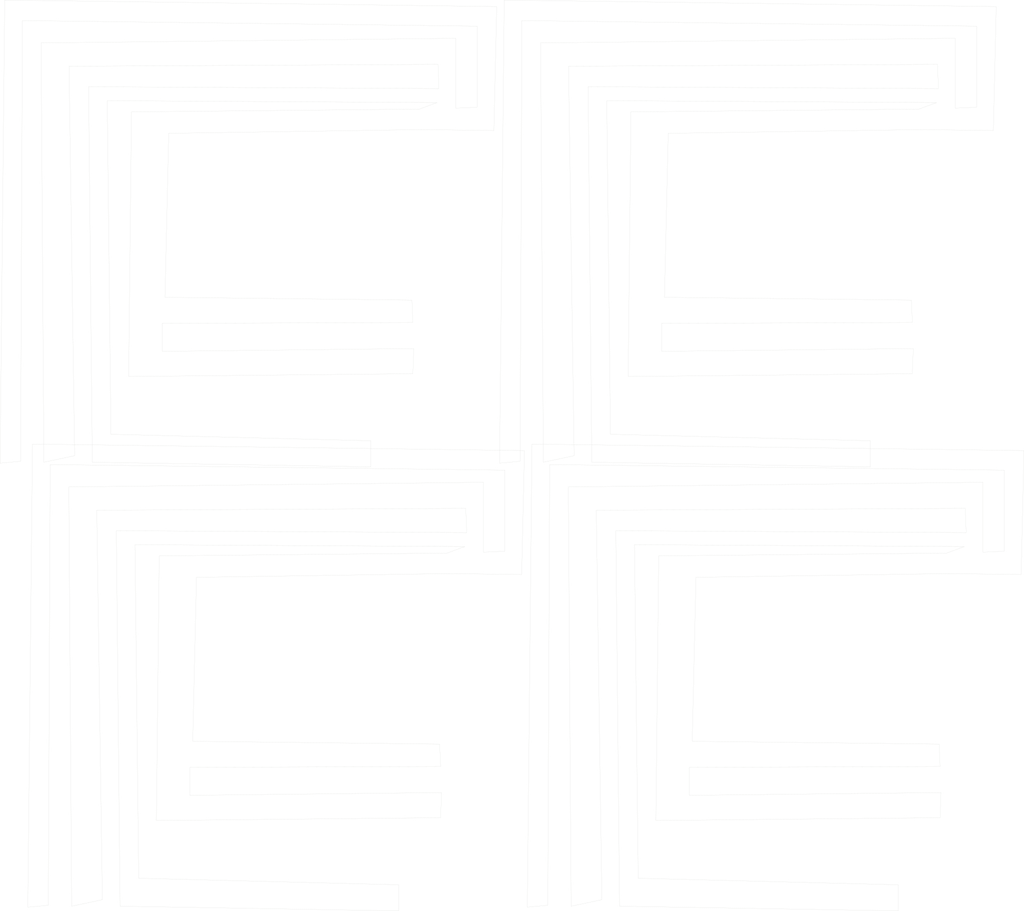
<source format=kicad_pcb>
(kicad_pcb (version 20221018) (generator pcbnew)

  (general
    (thickness 1.6)
  )

  (paper "A4")
  (layers
    (0 "F.Cu" signal)
    (31 "B.Cu" signal)
    (32 "B.Adhes" user "B.Adhesive")
    (33 "F.Adhes" user "F.Adhesive")
    (34 "B.Paste" user)
    (35 "F.Paste" user)
    (36 "B.SilkS" user "B.Silkscreen")
    (37 "F.SilkS" user "F.Silkscreen")
    (38 "B.Mask" user)
    (39 "F.Mask" user)
    (40 "Dwgs.User" user "User.Drawings")
    (41 "Cmts.User" user "User.Comments")
    (42 "Eco1.User" user "User.Eco1")
    (43 "Eco2.User" user "User.Eco2")
    (44 "Edge.Cuts" user)
    (45 "Margin" user)
    (46 "B.CrtYd" user "B.Courtyard")
    (47 "F.CrtYd" user "F.Courtyard")
    (48 "B.Fab" user)
    (49 "F.Fab" user)
    (50 "User.1" user)
    (51 "User.2" user)
    (52 "User.3" user)
    (53 "User.4" user)
    (54 "User.5" user)
    (55 "User.6" user)
    (56 "User.7" user)
    (57 "User.8" user)
    (58 "User.9" user)
  )

  (setup
    (stackup
      (layer "F.SilkS" (type "Top Silk Screen"))
      (layer "F.Paste" (type "Top Solder Paste"))
      (layer "F.Mask" (type "Top Solder Mask") (thickness 0.01))
      (layer "F.Cu" (type "copper") (thickness 0.035))
      (layer "dielectric 1" (type "core") (thickness 1.51) (material "FR4") (epsilon_r 4.5) (loss_tangent 0.02))
      (layer "B.Cu" (type "copper") (thickness 0.035))
      (layer "B.Mask" (type "Bottom Solder Mask") (thickness 0.01))
      (layer "B.Paste" (type "Bottom Solder Paste"))
      (layer "B.SilkS" (type "Bottom Silk Screen"))
      (layer "F.SilkS" (type "Top Silk Screen"))
      (layer "F.Paste" (type "Top Solder Paste"))
      (layer "F.Mask" (type "Top Solder Mask") (thickness 0.01))
      (layer "F.Cu" (type "copper") (thickness 0.035))
      (layer "dielectric 1" (type "core") (thickness 1.51) (material "FR4") (epsilon_r 4.5) (loss_tangent 0.02))
      (layer "B.Cu" (type "copper") (thickness 0.035))
      (layer "B.Mask" (type "Bottom Solder Mask") (thickness 0.01))
      (layer "B.Paste" (type "Bottom Solder Paste"))
      (layer "B.SilkS" (type "Bottom Silk Screen"))
      (layer "F.SilkS" (type "Top Silk Screen"))
      (layer "F.Paste" (type "Top Solder Paste"))
      (layer "F.Mask" (type "Top Solder Mask") (thickness 0.01))
      (layer "F.Cu" (type "copper") (thickness 0.035))
      (layer "dielectric 1" (type "core") (thickness 1.51) (material "FR4") (epsilon_r 4.5) (loss_tangent 0.02))
      (layer "B.Cu" (type "copper") (thickness 0.035))
      (layer "B.Mask" (type "Bottom Solder Mask") (thickness 0.01))
      (layer "B.Paste" (type "Bottom Solder Paste"))
      (layer "B.SilkS" (type "Bottom Silk Screen"))
      (layer "F.SilkS" (type "Top Silk Screen"))
      (layer "F.Paste" (type "Top Solder Paste"))
      (layer "F.Mask" (type "Top Solder Mask") (thickness 0.01))
      (layer "F.Cu" (type "copper") (thickness 0.035))
      (layer "dielectric 1" (type "core") (thickness 1.51) (material "FR4") (epsilon_r 4.5) (loss_tangent 0.02))
      (layer "B.Cu" (type "copper") (thickness 0.035))
      (layer "B.Mask" (type "Bottom Solder Mask") (thickness 0.01))
      (layer "B.Paste" (type "Bottom Solder Paste"))
      (layer "B.SilkS" (type "Bottom Silk Screen"))
      (copper_finish "None")
      (dielectric_constraints no)
    )
    (pad_to_mask_clearance 0)
    (pcbplotparams
      (layerselection 0x00010fc_ffffffff)
      (plot_on_all_layers_selection 0x0000000_00000000)
      (disableapertmacros false)
      (usegerberextensions false)
      (usegerberattributes true)
      (usegerberadvancedattributes true)
      (creategerberjobfile true)
      (dashed_line_dash_ratio 12.000000)
      (dashed_line_gap_ratio 3.000000)
      (svgprecision 4)
      (plotframeref false)
      (viasonmask false)
      (mode 1)
      (useauxorigin false)
      (hpglpennumber 1)
      (hpglpenspeed 20)
      (hpglpendiameter 15.000000)
      (dxfpolygonmode true)
      (dxfimperialunits true)
      (dxfusepcbnewfont true)
      (psnegative false)
      (psa4output false)
      (plotreference true)
      (plotvalue true)
      (plotinvisibletext false)
      (sketchpadsonfab false)
      (subtractmaskfromsilk false)
      (outputformat 1)
      (mirror false)
      (drillshape 1)
      (scaleselection 1)
      (outputdirectory "")
    )
  )

  (net 0 "")

  (gr_line (start 206.029937 176.69989) (end 207.039937 327.78989)
    (stroke (width 0.05) (type default)) (layer "Edge.Cuts") (tstamp 040b7106-3dd5-416a-85ca-f9e876f4cee5))
  (gr_line (start 360.219937 3.59989) (end 182.929937 1.24989)
    (stroke (width 0.05) (type default)) (layer "Edge.Cuts") (tstamp 04c3d502-35e3-4556-ad69-c20477df14de))
  (gr_line (start 342.349937 200.53989) (end 238.599937 201.53989)
    (stroke (width 0.05) (type default)) (layer "Edge.Cuts") (tstamp 0695dfac-75ba-4313-a70f-e1ac4b0a81fb))
  (gr_line (start 191.249937 328.12989) (end 198.639937 327.44989)
    (stroke (width 0.05) (type default)) (layer "Edge.Cuts") (tstamp 076d2acc-6ada-454f-aaef-9c508494852c))
  (gr_line (start 36.099937 185.08989) (end 169.059937 184.41989)
    (stroke (width 0.05) (type default)) (layer "Edge.Cuts") (tstamp 0b9febc4-99ae-4459-b2f1-e8d072169943))
  (gr_line (start 198.639937 327.44989) (end 199.309937 168.63989)
    (stroke (width 0.05) (type default)) (layer "Edge.Cuts") (tstamp 0cb76715-7c4d-4a15-9957-9af4f0a05a25))
  (gr_line (start 353.159937 39.85989) (end 345.439937 40.19989)
    (stroke (width 0.05) (type default)) (layer "Edge.Cuts") (tstamp 11eb4c7c-593a-4762-aa4f-eab6ab38d688))
  (gr_line (start 214.489937 167.78989) (end 314.889937 169.46989)
    (stroke (width 0.05) (type default)) (layer "Edge.Cuts") (tstamp 135c1910-4aba-499f-976c-a4c7034ea2cc))
  (gr_line (start 250.679937 268.35989) (end 252.029937 209.26989)
    (stroke (width 0.05) (type default)) (layer "Edge.Cuts") (tstamp 13689cde-1791-4463-9fb1-a1e33ceaef4c))
  (gr_line (start 159.999937 277.42989) (end 159.659937 269.36989)
    (stroke (width 0.05) (type default)) (layer "Edge.Cuts") (tstamp 153cf593-2c37-4445-a677-f085a4037300))
  (gr_line (start 182.929937 1.24989) (end 181.249937 168.12989)
    (stroke (width 0.05) (type default)) (layer "Edge.Cuts") (tstamp 1545ee07-5250-4ee5-a8a0-a3bd97c7aa03))
  (gr_line (start 314.889937 169.46989) (end 314.889937 160.06989)
    (stroke (width 0.05) (type default)) (layer "Edge.Cuts") (tstamp 16075d93-195b-4068-81f4-061b4553270e))
  (gr_line (start 348.729937 198.18989) (end 342.349937 200.53989)
    (stroke (width 0.05) (type default)) (layer "Edge.Cuts") (tstamp 1621d3c9-9f19-43b4-913b-4510f1ddd278))
  (gr_line (start 72.029937 209.26989) (end 163.019937 207.91989)
    (stroke (width 0.05) (type default)) (layer "Edge.Cuts") (tstamp 172fec24-1cdb-423b-817b-576304d7c9d6))
  (gr_line (start 168.729937 198.18989) (end 162.349937 200.53989)
    (stroke (width 0.05) (type default)) (layer "Edge.Cuts") (tstamp 173243c9-8ce3-4401-abc0-dc668b9d8fe3))
  (gr_line (start 329.999937 135.88989) (end 330.329937 126.82989)
    (stroke (width 0.05) (type default)) (layer "Edge.Cuts") (tstamp 19fdda3e-a714-4499-b5bc-dc978d8ec361))
  (gr_line (start 69.679937 287.82989) (end 69.679937 277.75989)
    (stroke (width 0.05) (type default)) (layer "Edge.Cuts") (tstamp 1b0f971e-ec5b-41f2-985a-1e9db200d90a))
  (gr_line (start 333.019937 47.91989) (end 359.209937 48.25989)
    (stroke (width 0.05) (type default)) (layer "Edge.Cuts") (tstamp 1c95ea9e-ac4c-4582-827b-a4c6d6f170ff))
  (gr_line (start 338.729937 38.18989) (end 332.349937 40.53989)
    (stroke (width 0.05) (type default)) (layer "Edge.Cuts") (tstamp 1dbd8a67-dfa0-40db-a8fa-5a28b8550602))
  (gr_line (start 332.349937 40.53989) (end 228.599937 41.53989)
    (stroke (width 0.05) (type default)) (layer "Edge.Cuts") (tstamp 1e54886a-974a-4d0f-82f9-7f9455375cab))
  (gr_line (start 58.599937 201.53989) (end 57.589937 296.89989)
    (stroke (width 0.05) (type default)) (layer "Edge.Cuts") (tstamp 1f3f9d61-3abe-4ffe-ba1a-b6c27dc5410b))
  (gr_line (start 340.329937 286.82989) (end 249.679937 287.82989)
    (stroke (width 0.05) (type default)) (layer "Edge.Cuts") (tstamp 213e370b-f5d0-4cfc-ac17-e46d4b2e4d14))
  (gr_line (start 69.679937 277.75989) (end 159.999937 277.42989)
    (stroke (width 0.05) (type default)) (layer "Edge.Cuts") (tstamp 25616cf0-e3fd-445e-9516-b8c944310cc5))
  (gr_line (start 152.349937 40.53989) (end 48.599937 41.53989)
    (stroke (width 0.05) (type default)) (layer "Edge.Cuts") (tstamp 2645f773-f11c-47a7-b974-03c075a84382))
  (gr_line (start 370.219937 163.59989) (end 192.929937 161.24989)
    (stroke (width 0.05) (type default)) (layer "Edge.Cuts") (tstamp 266e2e54-4334-42a2-811c-04698fae450b))
  (gr_line (start 188.639937 167.44989) (end 189.309937 8.63989)
    (stroke (width 0.05) (type default)) (layer "Edge.Cuts") (tstamp 27c792e1-b13a-4a31-9502-4ada5c60c8f0))
  (gr_line (start 363.159937 170.64989) (end 363.159937 199.85989)
    (stroke (width 0.05) (type default)) (layer "Edge.Cuts") (tstamp 292656f0-06d4-4471-9854-31664c6c75c8))
  (gr_line (start 314.889937 160.06989) (end 221.209937 157.71989)
    (stroke (width 0.05) (type default)) (layer "Edge.Cuts") (tstamp 2e008b88-4ac7-4d56-8920-ed3ad6f9c0cc))
  (gr_line (start 34.489937 167.78989) (end 134.889937 169.46989)
    (stroke (width 0.05) (type default)) (layer "Edge.Cuts") (tstamp 31dd2565-e543-41ab-ad09-84267d66c3f8))
  (gr_line (start 213.149937 32.47989) (end 214.489937 167.78989)
    (stroke (width 0.05) (type default)) (layer "Edge.Cuts") (tstamp 3344379c-9973-4149-a8e3-ef295883d88f))
  (gr_line (start 134.889937 169.46989) (end 134.889937 160.06989)
    (stroke (width 0.05) (type default)) (layer "Edge.Cuts") (tstamp 33f05d69-bc2a-4706-be54-bc67ecba0d83))
  (gr_line (start 237.589937 296.89989) (end 339.999937 295.88989)
    (stroke (width 0.05) (type default)) (layer "Edge.Cuts") (tstamp 3537bd46-9045-4542-97f4-f4c56d3df35d))
  (gr_line (start 238.599937 201.53989) (end 237.589937 296.89989)
    (stroke (width 0.05) (type default)) (layer "Edge.Cuts") (tstamp 375beb42-604e-4eb2-a326-58350357fe53))
  (gr_line (start 144.889937 320.06989) (end 51.209937 317.71989)
    (stroke (width 0.05) (type default)) (layer "Edge.Cuts") (tstamp 3b9bcb73-5ec9-4944-a7c5-7a163af767a7))
  (gr_line (start 47.589937 136.89989) (end 149.999937 135.88989)
    (stroke (width 0.05) (type default)) (layer "Edge.Cuts") (tstamp 40f816cb-65a4-478e-92dd-a3f6a2a73e9d))
  (gr_line (start 329.659937 109.36989) (end 240.679937 108.35989)
    (stroke (width 0.05) (type default)) (layer "Edge.Cuts") (tstamp 430ba550-b152-4276-864d-a03abfd35f3f))
  (gr_line (start 345.439937 40.19989) (end 345.439937 15.01989)
    (stroke (width 0.05) (type default)) (layer "Edge.Cuts") (tstamp 4384d090-cfe0-409f-8879-b35a5704f723))
  (gr_line (start 359.209937 48.25989) (end 360.219937 3.59989)
    (stroke (width 0.05) (type default)) (layer "Edge.Cuts") (tstamp 463f2417-e8d8-4ed6-9721-872baeffc8b5))
  (gr_line (start 189.209937 208.25989) (end 190.219937 163.59989)
    (stroke (width 0.05) (type default)) (layer "Edge.Cuts") (tstamp 47b291b4-f720-4caa-8630-ad9b636b15c1))
  (gr_line (start 239.679937 117.75989) (end 329.999937 117.42989)
    (stroke (width 0.05) (type default)) (layer "Edge.Cuts") (tstamp 4d53937c-7cca-4eda-9a8e-edd5907b9657))
  (gr_line (start 57.589937 296.89989) (end 159.999937 295.88989)
    (stroke (width 0.05) (type default)) (layer "Edge.Cuts") (tstamp 4da6b299-f626-49bb-bbbf-de20d7e2cc48))
  (gr_line (start 158.729937 38.18989) (end 152.349937 40.53989)
    (stroke (width 0.05) (type default)) (layer "Edge.Cuts") (tstamp 4e9e7fb0-1384-47ee-a963-ee365ccee324))
  (gr_line (start 223.149937 192.47989) (end 224.489937 327.78989)
    (stroke (width 0.05) (type default)) (layer "Edge.Cuts") (tstamp 54df7b56-99eb-401c-b90d-c46201e733f5))
  (gr_line (start 169.399937 193.14989) (end 43.149937 192.47989)
    (stroke (width 0.05) (type default)) (layer "Edge.Cuts") (tstamp 57e67a14-9460-4b83-a65c-c951d5f0791e))
  (gr_line (start 165.439937 40.19989) (end 165.439937 15.01989)
    (stroke (width 0.05) (type default)) (layer "Edge.Cuts") (tstamp 5c3a9708-e9ba-4861-9ac5-fec23f9a1e08))
  (gr_line (start 192.929937 161.24989) (end 191.249937 328.12989)
    (stroke (width 0.05) (type default)) (layer "Edge.Cuts") (tstamp 5f0f4057-d1b5-4b13-a300-ff64a9329cac))
  (gr_line (start 11.249937 328.12989) (end 18.639937 327.44989)
    (stroke (width 0.05) (type default)) (layer "Edge.Cuts") (tstamp 5f72d05a-ffd6-4505-a99a-bf64241ae464))
  (gr_line (start 159.059937 24.41989) (end 159.399937 33.14989)
    (stroke (width 0.05) (type default)) (layer "Edge.Cuts") (tstamp 617a2f03-44b9-496a-a246-6e90613e8f0b))
  (gr_line (start 197.039937 167.78989) (end 208.119937 165.43989)
    (stroke (width 0.05) (type default)) (layer "Edge.Cuts") (tstamp 693fb734-af21-4530-a785-d7ad9c8f5222))
  (gr_line (start 180.219937 3.59989) (end 2.929937 1.24989)
    (stroke (width 0.05) (type default)) (layer "Edge.Cuts") (tstamp 69609076-a575-4eaf-b88d-b1488273a19f))
  (gr_line (start 206.099937 25.08989) (end 339.059937 24.41989)
    (stroke (width 0.05) (type default)) (layer "Edge.Cuts") (tstamp 6d416da7-bd35-494d-9604-76d89cc23fdc))
  (gr_line (start 363.159937 199.85989) (end 355.439937 200.19989)
    (stroke (width 0.05) (type default)) (layer "Edge.Cuts") (tstamp 6db10b82-3724-4c4b-9e3c-9810252942ea))
  (gr_line (start 199.309937 168.63989) (end 363.159937 170.64989)
    (stroke (width 0.05) (type default)) (layer "Edge.Cuts") (tstamp 73c26278-7418-499b-8b79-b2fb30a34170))
  (gr_line (start 51.209937 317.71989) (end 49.869937 197.50989)
    (stroke (width 0.05) (type default)) (layer "Edge.Cuts") (tstamp 7480acf2-eaea-4072-a64f-2bfe1c53dea8))
  (gr_line (start 249.679937 287.82989) (end 249.679937 277.75989)
    (stroke (width 0.05) (type default)) (layer "Edge.Cuts") (tstamp 77689706-4218-400d-bf25-ae2550213afb))
  (gr_line (start 17.039937 167.78989) (end 28.119937 165.43989)
    (stroke (width 0.05) (type default)) (layer "Edge.Cuts") (tstamp 7833ea75-a1f8-42f5-a3f3-0eae0347271e))
  (gr_line (start 183.159937 170.64989) (end 183.159937 199.85989)
    (stroke (width 0.05) (type default)) (layer "Edge.Cuts") (tstamp 79fc66c1-db73-4876-8c92-9c688efbdc52))
  (gr_line (start 349.399937 193.14989) (end 223.149937 192.47989)
    (stroke (width 0.05) (type default)) (layer "Edge.Cuts") (tstamp 7b304ecb-fff6-40f7-8757-9846013f4b34))
  (gr_line (start 242.029937 49.26989) (end 333.019937 47.91989)
    (stroke (width 0.05) (type default)) (layer "Edge.Cuts") (tstamp 7cda9a38-47ff-4ccd-8f33-a5f7e08a0668))
  (gr_line (start 349.059937 184.41989) (end 349.399937 193.14989)
    (stroke (width 0.05) (type default)) (layer "Edge.Cuts") (tstamp 7dbd01bd-b6cb-4037-a243-3401578243bb))
  (gr_line (start 207.039937 327.78989) (end 218.119937 325.43989)
    (stroke (width 0.05) (type default)) (layer "Edge.Cuts") (tstamp 7ee6aa34-e2fd-4031-9f03-82452c0e0710))
  (gr_line (start 179.209937 48.25989) (end 180.219937 3.59989)
    (stroke (width 0.05) (type default)) (layer "Edge.Cuts") (tstamp 81bb57e2-4a51-4f9c-8329-ba781b30105a))
  (gr_line (start 70.679937 268.35989) (end 72.029937 209.26989)
    (stroke (width 0.05) (type default)) (layer "Edge.Cuts") (tstamp 84d3c0d6-7930-4e59-80af-033a448de7cf))
  (gr_line (start 169.059937 184.41989) (end 169.399937 193.14989)
    (stroke (width 0.05) (type default)) (layer "Edge.Cuts") (tstamp 8979836a-e87c-4a50-bad6-ca28c850419d))
  (gr_line (start 149.659937 109.36989) (end 60.679937 108.35989)
    (stroke (width 0.05) (type default)) (layer "Edge.Cuts") (tstamp 8a62b6fc-94c9-4743-8c47-1a8b041b2020))
  (gr_line (start 18.639937 327.44989) (end 19.309937 168.63989)
    (stroke (width 0.05) (type default)) (layer "Edge.Cuts") (tstamp 8be3bf20-c013-44f8-9ecc-df3ab92d8c32))
  (gr_line (start 369.209937 208.25989) (end 370.219937 163.59989)
    (stroke (width 0.05) (type default)) (layer "Edge.Cuts") (tstamp 8e018b14-5935-48e4-b790-f0d089401429))
  (gr_line (start 227.589937 136.89989) (end 329.999937 135.88989)
    (stroke (width 0.05) (type default)) (layer "Edge.Cuts") (tstamp 93188620-7ac0-4549-9174-667e2a856704))
  (gr_line (start 43.149937 192.47989) (end 44.489937 327.78989)
    (stroke (width 0.05) (type default)) (layer "Edge.Cuts") (tstamp 952f06be-1891-4133-9ee4-eb52f006b79f))
  (gr_line (start 339.999937 277.42989) (end 339.659937 269.36989)
    (stroke (width 0.05) (type default)) (layer "Edge.Cuts") (tstamp 9706ef50-7853-4f69-8c5d-c7f9e9737aa9))
  (gr_line (start 239.679937 127.82989) (end 239.679937 117.75989)
    (stroke (width 0.05) (type default)) (layer "Edge.Cuts") (tstamp 995980f9-ccee-4139-afa2-eb3d9611bbda))
  (gr_line (start 149.999937 117.42989) (end 149.659937 109.36989)
    (stroke (width 0.05) (type default)) (layer "Edge.Cuts") (tstamp 9abd2555-050b-4039-a5a0-656f7733547b))
  (gr_line (start 153.019937 47.91989) (end 179.209937 48.25989)
    (stroke (width 0.05) (type default)) (layer "Edge.Cuts") (tstamp 9e4ff69c-5bb4-4b72-b144-ed5cf637e9bd))
  (gr_line (start 150.329937 126.82989) (end 59.679937 127.82989)
    (stroke (width 0.05) (type default)) (layer "Edge.Cuts") (tstamp 9f296f61-3ab4-4c01-ad5f-6f9c8635418d))
  (gr_line (start 339.399937 33.14989) (end 213.149937 32.47989)
    (stroke (width 0.05) (type default)) (layer "Edge.Cuts") (tstamp a1b82d26-26d4-49cd-b1a7-793afa627cb2))
  (gr_line (start 353.159937 10.64989) (end 353.159937 39.85989)
    (stroke (width 0.05) (type default)) (layer "Edge.Cuts") (tstamp a26058cb-883e-47d3-b44d-9a56022b372a))
  (gr_line (start 330.329937 126.82989) (end 239.679937 127.82989)
    (stroke (width 0.05) (type default)) (layer "Edge.Cuts") (tstamp a3063f82-538b-4353-bc4c-0efffba1b110))
  (gr_line (start 59.679937 127.82989) (end 59.679937 117.75989)
    (stroke (width 0.05) (type default)) (layer "Edge.Cuts") (tstamp a3afbf0c-4aec-4f10-98a0-1b24a98d5191))
  (gr_line (start 9.309937 8.63989) (end 173.159937 10.64989)
    (stroke (width 0.05) (type default)) (layer "Edge.Cuts") (tstamp a3cfbdde-6885-4fbf-bff9-ca2032f1b97f))
  (gr_line (start 229.869937 197.50989) (end 348.729937 198.18989)
    (stroke (width 0.05) (type default)) (layer "Edge.Cuts") (tstamp a485470b-233e-4241-850a-13aa52694962))
  (gr_line (start 27.039937 327.78989) (end 38.119937 325.43989)
    (stroke (width 0.05) (type default)) (layer "Edge.Cuts") (tstamp a734d35d-b35d-477b-a92d-727abafbb9a3))
  (gr_line (start 355.439937 200.19989) (end 355.439937 175.01989)
    (stroke (width 0.05) (type default)) (layer "Edge.Cuts") (tstamp a937ee31-59f3-415f-af52-9aec796f841d))
  (gr_line (start 324.889937 329.46989) (end 324.889937 320.06989)
    (stroke (width 0.05) (type default)) (layer "Edge.Cuts") (tstamp a9ed6f85-e83f-4cd9-834b-7aa7c640f5e1))
  (gr_line (start 48.599937 41.53989) (end 47.589937 136.89989)
    (stroke (width 0.05) (type default)) (layer "Edge.Cuts") (tstamp ab14bc0a-b82a-41f9-8600-1a66eb21d06f))
  (gr_line (start 228.599937 41.53989) (end 227.589937 136.89989)
    (stroke (width 0.05) (type default)) (layer "Edge.Cuts") (tstamp ad3e6332-71b9-4438-8c94-a97b8b97558e))
  (gr_line (start 134.889937 160.06989) (end 41.209937 157.71989)
    (stroke (width 0.05) (type default)) (layer "Edge.Cuts") (tstamp b3319186-1e56-4a7f-a700-6da68ef3b853))
  (gr_line (start 173.159937 10.64989) (end 173.159937 39.85989)
    (stroke (width 0.05) (type default)) (layer "Edge.Cuts") (tstamp b3f95ffa-69c7-44ba-b913-9db0a7024489))
  (gr_line (start 339.999937 295.88989) (end 340.329937 286.82989)
    (stroke (width 0.05) (type default)) (layer "Edge.Cuts") (tstamp b778f1e6-f769-4c9a-ae45-a9c60653e504))
  (gr_line (start 224.489937 327.78989) (end 324.889937 329.46989)
    (stroke (width 0.05) (type default)) (layer "Edge.Cuts") (tstamp b847781a-7adf-425a-8f4b-0de0d0e01360))
  (gr_line (start 160.329937 286.82989) (end 69.679937 287.82989)
    (stroke (width 0.05) (type default)) (layer "Edge.Cuts") (tstamp b86d2a48-9199-49c5-89fc-a94a817ded2e))
  (gr_line (start 190.219937 163.59989) (end 12.929937 161.24989)
    (stroke (width 0.05) (type default)) (layer "Edge.Cuts") (tstamp b952fc5c-8c59-4a76-9bc3-f05a26b66b88))
  (gr_line (start 16.029937 16.69989) (end 17.039937 167.78989)
    (stroke (width 0.05) (type default)) (layer "Edge.Cuts") (tstamp ba203049-ed04-4d42-8dbd-de737aa34688))
  (gr_line (start 175.439937 200.19989) (end 175.439937 175.01989)
    (stroke (width 0.05) (type default)) (layer "Edge.Cuts") (tstamp bb16392c-ce30-4ffc-be1e-e33cc7f5e866))
  (gr_line (start 175.439937 175.01989) (end 26.029937 176.69989)
    (stroke (width 0.05) (type default)) (layer "Edge.Cuts") (tstamp bd207946-5dfc-4196-9c3b-d9918c057d0a))
  (gr_line (start 218.119937 325.43989) (end 216.099937 185.08989)
    (stroke (width 0.05) (type default)) (layer "Edge.Cuts") (tstamp c3fb54de-ab88-4240-b84f-dd18015621ca))
  (gr_line (start 216.099937 185.08989) (end 349.059937 184.41989)
    (stroke (width 0.05) (type default)) (layer "Edge.Cuts") (tstamp c450802d-e3d4-4a13-b948-d71df86cbd63))
  (gr_line (start 41.209937 157.71989) (end 39.869937 37.50989)
    (stroke (width 0.05) (type default)) (layer "Edge.Cuts") (tstamp c68beacf-997c-4ebe-adb3-c26a79222714))
  (gr_line (start 173.159937 39.85989) (end 165.439937 40.19989)
    (stroke (width 0.05) (type default)) (layer "Edge.Cuts") (tstamp c69f14d0-1ad6-44c9-875c-59682d4c3751))
  (gr_line (start 26.099937 25.08989) (end 159.059937 24.41989)
    (stroke (width 0.05) (type default)) (layer "Edge.Cuts") (tstamp c7440ade-4339-425c-a773-8969270a9d7a))
  (gr_line (start 62.029937 49.26989) (end 153.019937 47.91989)
    (stroke (width 0.05) (type default)) (layer "Edge.Cuts") (tstamp c78e2d77-8975-472f-a3f3-4b7f24f92ce1))
  (gr_line (start 208.119937 165.43989) (end 206.099937 25.08989)
    (stroke (width 0.05) (type default)) (layer "Edge.Cuts") (tstamp c7d172f5-f28f-4ee8-befe-b0b9009364ad))
  (gr_line (start 163.019937 207.91989) (end 189.209937 208.25989)
    (stroke (width 0.05) (type default)) (layer "Edge.Cuts") (tstamp ca705766-adb8-42c1-9f3f-d230e34dc8de))
  (gr_line (start 26.029937 176.69989) (end 27.039937 327.78989)
    (stroke (width 0.05) (type default)) (layer "Edge.Cuts") (tstamp cad5e742-b3d1-4266-a09a-2f8cc4125470))
  (gr_line (start 19.309937 168.63989) (end 183.159937 170.64989)
    (stroke (width 0.05) (type default)) (layer "Edge.Cuts") (tstamp cd4e3b99-a1b9-441b-8178-f56061855d80))
  (gr_line (start 60.679937 108.35989) (end 62.029937 49.26989)
    (stroke (width 0.05) (type default)) (layer "Edge.Cuts") (tstamp ce38f8de-bfbf-48b2-bdbe-b503994ccd27))
  (gr_line (start 165.439937 15.01989) (end 16.029937 16.69989)
    (stroke (width 0.05) (type default)) (layer "Edge.Cuts") (tstamp d0f1c11a-7c82-443f-b9af-1c67474f1030))
  (gr_line (start 2.929937 1.24989) (end 1.249937 168.12989)
    (stroke (width 0.05) (type default)) (layer "Edge.Cuts") (tstamp d27bbd3d-14b8-434f-b47d-3d5615521197))
  (gr_line (start 249.679937 277.75989) (end 339.999937 277.42989)
    (stroke (width 0.05) (type default)) (layer "Edge.Cuts") (tstamp d6e269ed-3744-4c0d-847d-032bdecb89a2))
  (gr_line (start 231.209937 317.71989) (end 229.869937 197.50989)
    (stroke (width 0.05) (type default)) (layer "Edge.Cuts") (tstamp d7165590-a2be-4710-9e80-b8beb95fcb0e))
  (gr_line (start 1.249937 168.12989) (end 8.639937 167.44989)
    (stroke (width 0.05) (type default)) (layer "Edge.Cuts") (tstamp db74c905-6c7f-4bf5-a989-976e521d113c))
  (gr_line (start 28.119937 165.43989) (end 26.099937 25.08989)
    (stroke (width 0.05) (type default)) (layer "Edge.Cuts") (tstamp dcb2abed-b438-48d8-bb9c-3389d0040520))
  (gr_line (start 339.059937 24.41989) (end 339.399937 33.14989)
    (stroke (width 0.05) (type default)) (layer "Edge.Cuts") (tstamp dcd3cd2e-6a14-4808-b6f8-ad52a379b663))
  (gr_line (start 39.869937 37.50989) (end 158.729937 38.18989)
    (stroke (width 0.05) (type default)) (layer "Edge.Cuts") (tstamp dcf8f40c-e5b3-4f8b-9d22-4b19acde4d1b))
  (gr_line (start 339.659937 269.36989) (end 250.679937 268.35989)
    (stroke (width 0.05) (type default)) (layer "Edge.Cuts") (tstamp dd19ed99-f2a4-4906-97d7-032de75883c6))
  (gr_line (start 8.639937 167.44989) (end 9.309937 8.63989)
    (stroke (width 0.05) (type default)) (layer "Edge.Cuts") (tstamp dd74dc80-feaf-429a-9db8-b6dadcdd23b2))
  (gr_line (start 159.999937 295.88989) (end 160.329937 286.82989)
    (stroke (width 0.05) (type default)) (layer "Edge.Cuts") (tstamp de0a6a28-2605-4d2e-85b2-26fe0645b46c))
  (gr_line (start 181.249937 168.12989) (end 188.639937 167.44989)
    (stroke (width 0.05) (type default)) (layer "Edge.Cuts") (tstamp e03b0910-329b-45a0-baaa-90b2774bd270))
  (gr_line (start 159.399937 33.14989) (end 33.149937 32.47989)
    (stroke (width 0.05) (type default)) (layer "Edge.Cuts") (tstamp e243065b-2207-45e0-b9c5-31674e876e2d))
  (gr_line (start 183.159937 199.85989) (end 175.439937 200.19989)
    (stroke (width 0.05) (type default)) (layer "Edge.Cuts") (tstamp e24dc933-0ca3-4093-98f3-6c457ba8b2d0))
  (gr_line (start 355.439937 175.01989) (end 206.029937 176.69989)
    (stroke (width 0.05) (type default)) (layer "Edge.Cuts") (tstamp e344a338-664b-4c4a-bc64-84f9f953c0ce))
  (gr_line (start 189.309937 8.63989) (end 353.159937 10.64989)
    (stroke (width 0.05) (type default)) (layer "Edge.Cuts") (tstamp e490e10e-9943-4f43-afa5-6801becbe56a))
  (gr_line (start 12.929937 161.24989) (end 11.249937 328.12989)
    (stroke (width 0.05) (type default)) (layer "Edge.Cuts") (tstamp e49b98ec-f515-4466-933e-50b46c72ee51))
  (gr_line (start 44.489937 327.78989) (end 144.889937 329.46989)
    (stroke (width 0.05) (type default)) (layer "Edge.Cuts") (tstamp e4fd5948-13a1-4fa1-b759-bda2710b540a))
  (gr_line (start 162.349937 200.53989) (end 58.599937 201.53989)
    (stroke (width 0.05) (type default)) (layer "Edge.Cuts") (tstamp e55650f3-c481-4561-b6fb-48cc0f3d268a))
  (gr_line (start 219.869937 37.50989) (end 338.729937 38.18989)
    (stroke (width 0.05) (type default)) (layer "Edge.Cuts") (tstamp e65baf18-47f1-4887-a578-12f9a73b2614))
  (gr_line (start 49.869937 197.50989) (end 168.729937 198.18989)
    (stroke (width 0.05) (type default)) (layer "Edge.Cuts") (tstamp e91f9396-ed85-4eeb-b403-06667f5d356b))
  (gr_line (start 324.889937 320.06989) (end 231.209937 317.71989)
    (stroke (width 0.05) (type default)) (layer "Edge.Cuts") (tstamp ea5e806a-6696-431c-98fe-ef7bb0dd6dee))
  (gr_line (start 144.889937 329.46989) (end 144.889937 320.06989)
    (stroke (width 0.05) (type default)) (layer "Edge.Cuts") (tstamp ec27991a-bce1-4bd5-8528-e7e45da76d29))
  (gr_line (start 343.019937 207.91989) (end 369.209937 208.25989)
    (stroke (width 0.05) (type default)) (layer "Edge.Cuts") (tstamp ed4044d3-33b8-4e30-8c8d-3d0bcd6cad03))
  (gr_line (start 149.999937 135.88989) (end 150.329937 126.82989)
    (stroke (width 0.05) (type default)) (layer "Edge.Cuts") (tstamp edb162fb-9f37-451a-b8a3-f6d3dc07d0e6))
  (gr_line (start 345.439937 15.01989) (end 196.029937 16.69989)
    (stroke (width 0.05) (type default)) (layer "Edge.Cuts") (tstamp eed8beff-acaf-46c1-8f5f-73136df1d4fd))
  (gr_line (start 329.999937 117.42989) (end 329.659937 109.36989)
    (stroke (width 0.05) (type default)) (layer "Edge.Cuts") (tstamp f0faf534-15a2-4f2b-a731-1764126a80b0))
  (gr_line (start 38.119937 325.43989) (end 36.099937 185.08989)
    (stroke (width 0.05) (type default)) (layer "Edge.Cuts") (tstamp f23b07a8-8391-40bd-8f6a-4721fce5e5e8))
  (gr_line (start 221.209937 157.71989) (end 219.869937 37.50989)
    (stroke (width 0.05) (type default)) (layer "Edge.Cuts") (tstamp f2a271da-5010-4afa-b046-ae80a679d486))
  (gr_line (start 196.029937 16.69989) (end 197.039937 167.78989)
    (stroke (width 0.05) (type default)) (layer "Edge.Cuts") (tstamp f65da5fd-75f0-4f41-b151-e2ee0d0dc28c))
  (gr_line (start 33.149937 32.47989) (end 34.489937 167.78989)
    (stroke (width 0.05) (type default)) (layer "Edge.Cuts") (tstamp fae45c03-1644-4363-8525-fa8a23e46fb5))
  (gr_line (start 59.679937 117.75989) (end 149.999937 117.42989)
    (stroke (width 0.05) (type default)) (layer "Edge.Cuts") (tstamp fb73db34-67e2-414a-8d62-a77298ce49a2))
  (gr_line (start 240.679937 108.35989) (end 242.029937 49.26989)
    (stroke (width 0.05) (type default)) (layer "Edge.Cuts") (tstamp fb895563-72bb-44b8-b4ea-8c8430c2cf05))
  (gr_line (start 252.029937 209.26989) (end 343.019937 207.91989)
    (stroke (width 0.05) (type default)) (layer "Edge.Cuts") (tstamp fe3de152-fd42-4c0d-9da8-b49857313817))
  (gr_line (start 159.659937 269.36989) (end 70.679937 268.35989)
    (stroke (width 0.05) (type default)) (layer "Edge.Cuts") (tstamp fe46bda1-f0c5-4cf2-80bc-cc305a793325))

)

</source>
